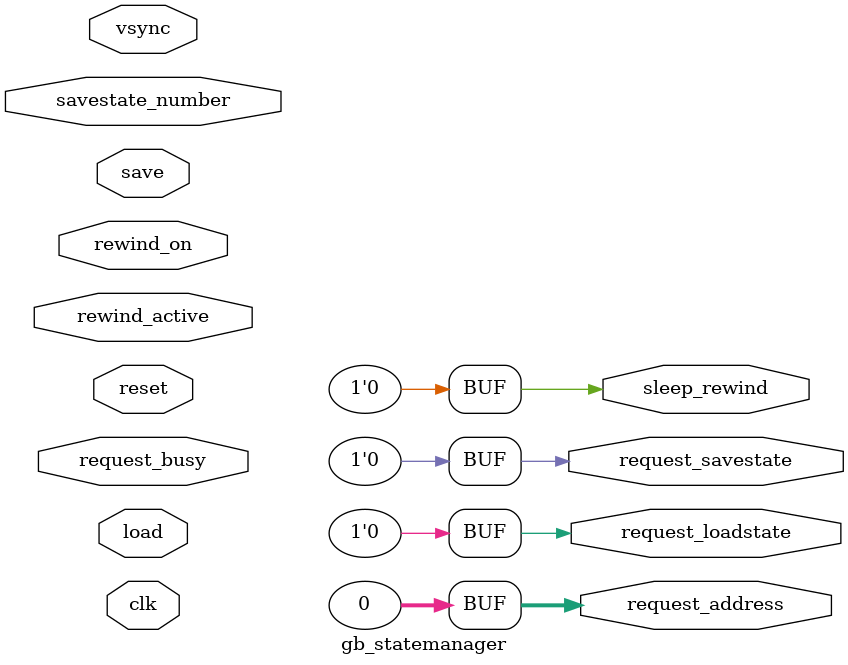
<source format=v>

module gb_statemanager #(
    parameter REWIND_SIZE = 58720256,
    parameter REWIND_ADDR = 33554432
) (
    input         clk,
    input         reset,

    input         rewind_on,
    input         rewind_active,

    input  [1:0]  savestate_number,
    input         save,
    input         load,

    output        sleep_rewind,
    input         vsync,

    output        request_savestate,
    output        request_loadstate,
    output [31:0] request_address,
    input         request_busy
);

    // Rewind disabled (rewind_active is input from external controller)
    assign sleep_rewind = 1'b0;

    // Savestate requests disabled
    assign request_savestate = 1'b0;
    assign request_loadstate = 1'b0;
    assign request_address = 32'h0;

endmodule

</source>
